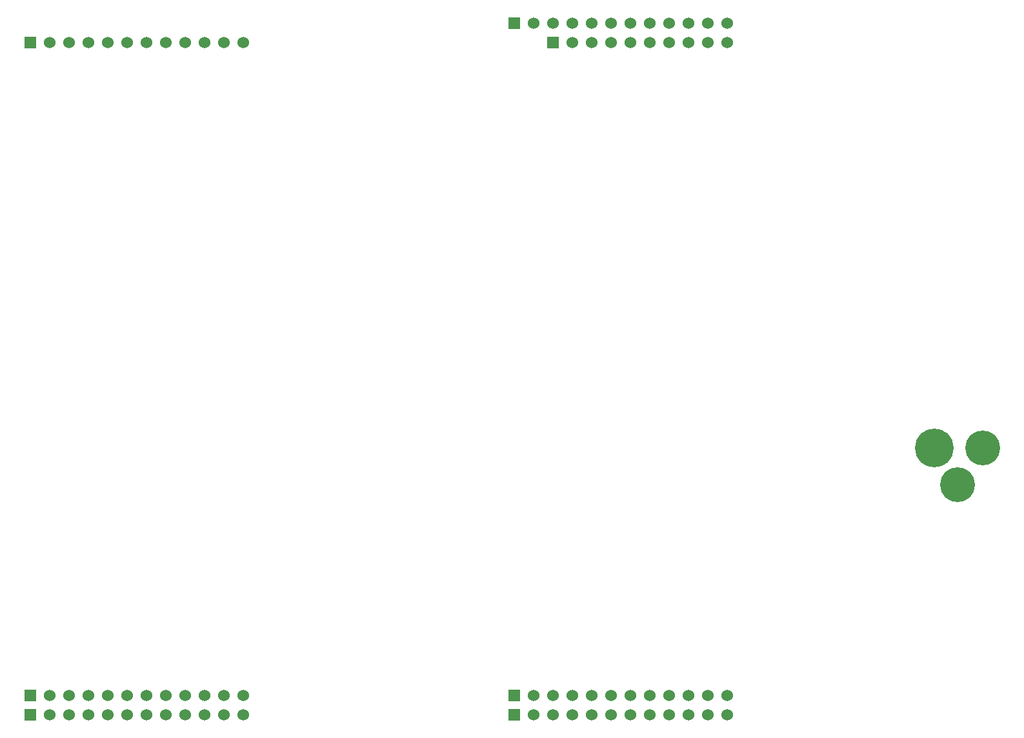
<source format=gbs>
G04 (created by PCBNEW (2013-03-19 BZR 4004)-stable) date 8/2/2015 8:33:43 AM*
%MOIN*%
G04 Gerber Fmt 3.4, Leading zero omitted, Abs format*
%FSLAX34Y34*%
G01*
G70*
G90*
G04 APERTURE LIST*
%ADD10C,0.007*%
%ADD11C,0.2*%
%ADD12C,0.18*%
%ADD13R,0.06X0.06*%
%ADD14C,0.06*%
G04 APERTURE END LIST*
G54D10*
G54D11*
X52700Y-23750D03*
G54D12*
X55200Y-23750D03*
X53900Y-25650D03*
G54D13*
X6000Y-2800D03*
G54D14*
X7000Y-2800D03*
X8000Y-2800D03*
X9000Y-2800D03*
X10000Y-2800D03*
X11000Y-2800D03*
X12000Y-2800D03*
X13000Y-2800D03*
X14000Y-2800D03*
X15000Y-2800D03*
X16000Y-2800D03*
X17000Y-2800D03*
G54D13*
X31000Y-37550D03*
G54D14*
X32000Y-37550D03*
X33000Y-37550D03*
X34000Y-37550D03*
X35000Y-37550D03*
X36000Y-37550D03*
X37000Y-37550D03*
X38000Y-37550D03*
X39000Y-37550D03*
X40000Y-37550D03*
X41000Y-37550D03*
X42000Y-37550D03*
G54D13*
X31000Y-36550D03*
G54D14*
X32000Y-36550D03*
X33000Y-36550D03*
X34000Y-36550D03*
X35000Y-36550D03*
X36000Y-36550D03*
X37000Y-36550D03*
X38000Y-36550D03*
X39000Y-36550D03*
X40000Y-36550D03*
X41000Y-36550D03*
X42000Y-36550D03*
G54D13*
X6000Y-37550D03*
G54D14*
X7000Y-37550D03*
X8000Y-37550D03*
X9000Y-37550D03*
X10000Y-37550D03*
X11000Y-37550D03*
X12000Y-37550D03*
X13000Y-37550D03*
X14000Y-37550D03*
X15000Y-37550D03*
X16000Y-37550D03*
X17000Y-37550D03*
G54D13*
X6000Y-36550D03*
G54D14*
X7000Y-36550D03*
X8000Y-36550D03*
X9000Y-36550D03*
X10000Y-36550D03*
X11000Y-36550D03*
X12000Y-36550D03*
X13000Y-36550D03*
X14000Y-36550D03*
X15000Y-36550D03*
X16000Y-36550D03*
X17000Y-36550D03*
G54D13*
X31000Y-1800D03*
G54D14*
X32000Y-1800D03*
X33000Y-1800D03*
X34000Y-1800D03*
X35000Y-1800D03*
X36000Y-1800D03*
X37000Y-1800D03*
X38000Y-1800D03*
X39000Y-1800D03*
X40000Y-1800D03*
X41000Y-1800D03*
X42000Y-1800D03*
G54D13*
X33000Y-2800D03*
G54D14*
X34000Y-2800D03*
X35000Y-2800D03*
X36000Y-2800D03*
X37000Y-2800D03*
X38000Y-2800D03*
X39000Y-2800D03*
X40000Y-2800D03*
X41000Y-2800D03*
X42000Y-2800D03*
M02*

</source>
